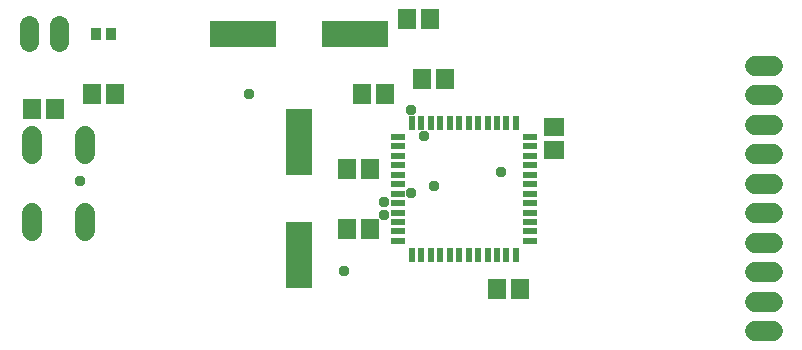
<source format=gbr>
G04 EAGLE Gerber RS-274X export*
G75*
%MOMM*%
%FSLAX34Y34*%
%LPD*%
%INSoldermask Top*%
%IPPOS*%
%AMOC8*
5,1,8,0,0,1.08239X$1,22.5*%
G01*
%ADD10R,1.503200X1.703200*%
%ADD11R,1.703200X1.503200*%
%ADD12C,1.625600*%
%ADD13R,0.903200X1.103200*%
%ADD14C,1.727200*%
%ADD15R,2.203200X5.703200*%
%ADD16R,5.703200X2.203200*%
%ADD17R,1.203200X0.603200*%
%ADD18R,0.603200X1.203200*%
%ADD19C,0.959600*%


D10*
X498500Y571500D03*
X517500Y571500D03*
X479400Y508000D03*
X460400Y508000D03*
X593700Y342900D03*
X574700Y342900D03*
D11*
X622300Y479400D03*
X622300Y460400D03*
D10*
X511200Y520700D03*
X530200Y520700D03*
X447700Y444500D03*
X466700Y444500D03*
X447700Y393700D03*
X466700Y393700D03*
D12*
X203200Y551688D02*
X203200Y565912D01*
X177800Y565912D02*
X177800Y551688D01*
D13*
X247800Y558800D03*
X234800Y558800D03*
D14*
X792480Y481600D02*
X807720Y481600D01*
X807720Y456600D02*
X792480Y456600D01*
X792480Y356600D02*
X807720Y356600D01*
X807720Y431600D02*
X792480Y431600D01*
X792480Y406600D02*
X807720Y406600D01*
X807720Y381600D02*
X792480Y381600D01*
X792480Y331600D02*
X807720Y331600D01*
X807720Y306600D02*
X792480Y306600D01*
X792480Y506600D02*
X807720Y506600D01*
X807720Y531600D02*
X792480Y531600D01*
D15*
X406400Y466600D03*
X406400Y371600D03*
D16*
X453900Y558800D03*
X358900Y558800D03*
D10*
X231800Y508000D03*
X250800Y508000D03*
X181000Y495300D03*
X200000Y495300D03*
D14*
X180594Y406908D02*
X180594Y391668D01*
X225806Y391668D02*
X225806Y406908D01*
X180594Y456692D02*
X180594Y471932D01*
X225806Y471932D02*
X225806Y456692D01*
D17*
X490300Y471300D03*
X490300Y463300D03*
X490300Y455300D03*
X490300Y447300D03*
X490300Y439300D03*
X490300Y431300D03*
X490300Y423300D03*
X490300Y415300D03*
X490300Y407300D03*
X490300Y399300D03*
X490300Y391300D03*
X490300Y383300D03*
D18*
X502300Y371300D03*
X510300Y371300D03*
X518300Y371300D03*
X526300Y371300D03*
X534300Y371300D03*
X542300Y371300D03*
X550300Y371300D03*
X558300Y371300D03*
X566300Y371300D03*
X574300Y371300D03*
X582300Y371300D03*
X590300Y371300D03*
D17*
X602300Y383300D03*
X602300Y391300D03*
X602300Y399300D03*
X602300Y407300D03*
X602300Y415300D03*
X602300Y423300D03*
X602300Y431300D03*
X602300Y439300D03*
X602300Y447300D03*
X602300Y455300D03*
X602300Y463300D03*
X602300Y471300D03*
D18*
X590300Y483300D03*
X582300Y483300D03*
X574300Y483300D03*
X566300Y483300D03*
X558300Y483300D03*
X550300Y483300D03*
X542300Y483300D03*
X534300Y483300D03*
X526300Y483300D03*
X518300Y483300D03*
X510300Y483300D03*
X502300Y483300D03*
D19*
X364236Y507492D03*
X501396Y493776D03*
X577596Y441960D03*
X512064Y472440D03*
X445008Y358140D03*
X478536Y405384D03*
X521208Y429768D03*
X478536Y416052D03*
X220980Y434340D03*
X501396Y423672D03*
M02*

</source>
